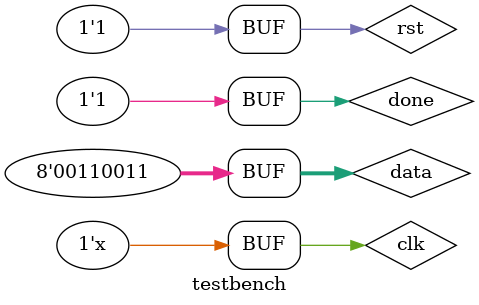
<source format=v>
`timescale 1ns / 1ps

module testbench(
    
    );
   
    reg clk;
    reg rst;
    reg done;
    wire en;
    reg [7:0] data;
    wire [7:0] hour;
    wire [7:0] min;
    wire [7:0] sec;
    initial begin
        clk = 0;
        rst = 0;
        
        data = 8'b0;
        #20 
        rst = 1;  
       
        #30
        done = 1;
        data = 8'b00010001;
        #20
        done = 1;
        data = 8'b00100010;
        #20
        done = 1;
        data = 8'b00110011;
    end
    
   always #10  clk=~clk;

    
   
    buffer _buf(
    .clk    (clk),
    .rst    (rst),
    .done   (done),
    .data   (data),
    .hour (hour),
    .min (min),
    .sec (sec),
    .en (en)
    );
        
endmodule

</source>
